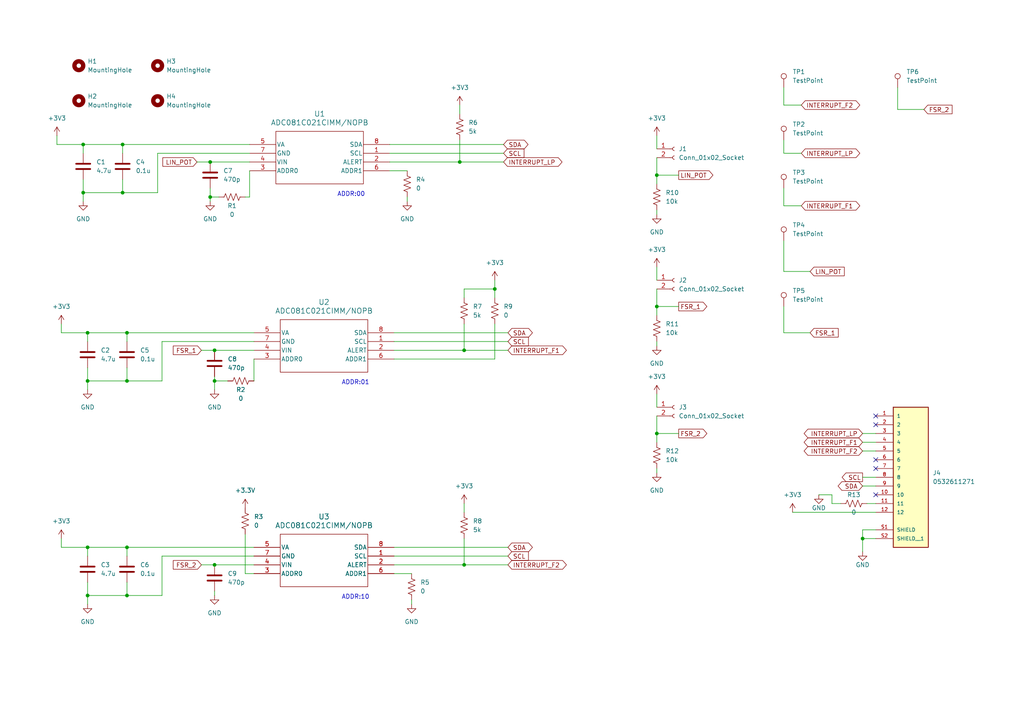
<source format=kicad_sch>
(kicad_sch (version 20230121) (generator eeschema)
  (paper "A4")
  (lib_symbols
    (symbol "0532611271:0532611271" (pin_names (offset 1.016))
      (property "Reference" "J" (at -5.08 17.78 0))
      (property "Value" "0532611271" (at -5.08 -25.4 0))
      (symbol "0532611271_0_0"
        (rectangle (start -5.08 -22.86) (end 5.08 17.78) (stroke (width 0.254)) (fill (type background)))
        (pin passive line (at -10.16 15.24 0) (length 5.08) (name "1") (number "1"))
        (pin passive line (at -10.16 -7.62 0) (length 5.08) (name "10") (number "10"))
        (pin passive line (at -10.16 -10.16 0) (length 5.08) (name "11") (number "11"))
        (pin passive line (at -10.16 -12.7 0) (length 5.08) (name "12") (number "12"))
        (pin passive line (at -10.16 12.7 0) (length 5.08) (name "2") (number "2"))
        (pin passive line (at -10.16 10.16 0) (length 5.08) (name "3") (number "3"))
        (pin passive line (at -10.16 7.62 0) (length 5.08) (name "4") (number "4"))
        (pin passive line (at -10.16 5.08 0) (length 5.08) (name "5") (number "5"))
        (pin passive line (at -10.16 2.54 0) (length 5.08) (name "6") (number "6"))
        (pin passive line (at -10.16 0 0) (length 5.08) (name "7") (number "7"))
        (pin passive line (at -10.16 -2.54 0) (length 5.08) (name "8") (number "8"))
        (pin passive line (at -10.16 -5.08 0) (length 5.08) (name "9") (number "9"))
        (pin passive line (at -10.16 -17.78 0) (length 5.08) (name "SHIELD") (number "S1"))
        (pin passive line (at -10.16 -20.32 0) (length 5.08) (name "SHIELD__1") (number "S2"))
      )
    )
    (symbol "Connector:Conn_01x02_Socket" (pin_names (offset 1.016) hide)
      (property "Reference" "J" (at 0 2.54 0))
      (property "Value" "Conn_01x02_Socket" (at 0 -5.08 0))
      (symbol "Conn_01x02_Socket_1_1"
        (arc (start 0 -2.032) (mid -0.5058 -2.54) (end 0 -3.048) (stroke (width 0.1524)))
        (polyline (pts (xy -1.27 -2.54) (xy -0.508 -2.54)) (stroke (width 0.1524)))
        (polyline (pts (xy -1.27 0) (xy -0.508 0)) (stroke (width 0.1524)))
        (arc (start 0 0.508) (mid -0.5058 0) (end 0 -0.508) (stroke (width 0.1524)))
        (pin passive line (at -5.08 0 0) (length 3.81) (name "Pin_1") (number "1"))
        (pin passive line (at -5.08 -2.54 0) (length 3.81) (name "Pin_2") (number "2"))
      )
    )
    (symbol "Connector:TestPoint" (pin_numbers hide) (pin_names (offset 0.762) hide)
      (property "Reference" "TP" (at 0 6.858 0))
      (property "Value" "TestPoint" (at 0 5.08 0))
      (symbol "TestPoint_0_1"
        (circle (center 0 3.302) (radius 0.762))
      )
      (symbol "TestPoint_1_1"
        (pin passive line (at 0 0 90) (length 2.54) (name "1") (number "1"))
      )
    )
    (symbol "Device:C" (pin_numbers hide) (pin_names (offset 0.254))
      (property "Reference" "C" (at 0.635 2.54 0))
      (property "Value" "C" (at 0.635 -2.54 0))
      (symbol "C_0_1"
        (polyline (pts (xy -2.032 -0.762) (xy 2.032 -0.762)) (stroke (width 0.508)))
        (polyline (pts (xy -2.032 0.762) (xy 2.032 0.762)) (stroke (width 0.508)))
      )
      (symbol "C_1_1"
        (pin passive line (at 0 3.81 270) (length 2.794) (name "~") (number "1"))
        (pin passive line (at 0 -3.81 90) (length 2.794) (name "~") (number "2"))
      )
    )
    (symbol "Device:R_US" (pin_numbers hide) (pin_names (offset 0))
      (property "Reference" "R" (at 2.54 0 90))
      (property "Value" "R_US" (at -2.54 0 90))
      (symbol "R_US_0_1"
        (polyline (pts (xy 0 -2.286) (xy 0 -2.54)))
        (polyline (pts (xy 0 2.286) (xy 0 2.54)))
        (polyline (pts (xy 0 -0.762) (xy 1.016 -1.143) (xy 0 -1.524) (xy -1.016 -1.905) (xy 0 -2.286)))
        (polyline (pts (xy 0 0.762) (xy 1.016 0.381) (xy 0 0) (xy -1.016 -0.381) (xy 0 -0.762)))
        (polyline (pts (xy 0 2.286) (xy 1.016 1.905) (xy 0 1.524) (xy -1.016 1.143) (xy 0 0.762)))
      )
      (symbol "R_US_1_1"
        (pin passive line (at 0 3.81 270) (length 1.27) (name "~") (number "1"))
        (pin passive line (at 0 -3.81 90) (length 1.27) (name "~") (number "2"))
      )
    )
    (symbol "Mechanical:MountingHole" (pin_names (offset 1.016))
      (property "Reference" "H" (at 0 5.08 0))
      (property "Value" "MountingHole" (at 0 3.175 0))
      (symbol "MountingHole_0_1"
        (circle (center 0 0) (radius 1.27) (stroke (width 1.27)))
      )
    )
    (symbol "ViseADC:ADC081C021CIMM_NOPB" (pin_names (offset 0.254))
      (property "Value" "ADC081C021CIMM/NOPB" (at 20.32 7.62 0))
      (symbol "ADC081C021CIMM_NOPB_0_1"
        (pin input line (at 40.64 -2.54 180) (length 7.62) (name "SCL") (number "1"))
        (pin unspecified line (at 40.64 -5.08 180) (length 7.62) (name "ALERT") (number "2"))
        (pin input line (at 0 -7.62 0) (length 7.62) (name "ADDR0") (number "3"))
        (pin input line (at 0 -5.08 0) (length 7.62) (name "VIN") (number "4"))
        (pin power_in line (at 0 0 0) (length 7.62) (name "VA") (number "5"))
        (pin input line (at 40.64 -7.62 180) (length 7.62) (name "ADDR1") (number "6"))
        (pin power_in line (at 0 -2.54 0) (length 7.62) (name "GND") (number "7"))
        (pin bidirectional line (at 40.64 0 180) (length 7.62) (name "SDA") (number "8"))
      )
      (symbol "ADC081C021CIMM_NOPB_1_1"
        (rectangle (start 7.62 3.81) (end 33.02 -11.43))
      )
    )
    (symbol "power:+3.3V" (power) (pin_names (offset 0))
      (property "Value" "+3.3V" (at 0 3.556 0))
      (symbol "+3.3V_0_1"
        (polyline (pts (xy -0.762 1.27) (xy 0 2.54)))
        (polyline (pts (xy 0 0) (xy 0 2.54)))
        (polyline (pts (xy 0 2.54) (xy 0.762 1.27)))
      )
      (symbol "+3.3V_1_1"
        (pin power_in line (at 0 0 90) (length 0) hide (name "+3.3V") (number "1"))
      )
    )
    (symbol "power:+3V3" (power) (pin_names (offset 0))
      (property "Value" "+3V3" (at 0 3.556 0))
      (symbol "+3V3_0_1"
        (polyline (pts (xy -0.762 1.27) (xy 0 2.54)))
        (polyline (pts (xy 0 0) (xy 0 2.54)))
        (polyline (pts (xy 0 2.54) (xy 0.762 1.27)))
      )
      (symbol "+3V3_1_1"
        (pin power_in line (at 0 0 90) (length 0) hide (name "+3V3") (number "1"))
      )
    )
    (symbol "power:GND" (power) (pin_names (offset 0))
      (property "Value" "GND" (at 0 -3.81 0))
      (symbol "GND_0_1"
        (polyline (pts (xy 0 0) (xy 0 -1.27) (xy 1.27 -1.27) (xy 0 -2.54) (xy -1.27 -1.27) (xy 0 -1.27)))
      )
      (symbol "GND_1_1"
        (pin power_in line (at 0 0 270) (length 0) hide (name "GND") (number "1"))
      )
    )
  )
  (junction (at 60.96 57.15))
  (junction (at 36.83 158.75))
  (junction (at 133.35 46.99))
  (junction (at 143.51 83.82))
  (junction (at 36.83 172.72))
  (junction (at 25.4 96.52))
  (junction (at 190.5 88.9))
  (junction (at 250.19 156.21))
  (junction (at 35.56 55.88))
  (junction (at 25.4 158.75))
  (junction (at 24.13 41.91))
  (junction (at 62.23 110.49))
  (junction (at 60.96 46.99))
  (junction (at 35.56 41.91))
  (junction (at 134.62 101.6))
  (junction (at 25.4 110.49))
  (junction (at 36.83 110.49))
  (junction (at 190.5 125.73))
  (junction (at 62.23 101.6))
  (junction (at 25.4 172.72))
  (junction (at 62.23 163.83))
  (junction (at 36.83 96.52))
  (junction (at 134.62 163.83))
  (junction (at 24.13 55.88))
  (junction (at 190.5 50.8))
  (no_connect (at 254 123.19))
  (no_connect (at 254 135.89))
  (no_connect (at 254 143.51))
  (no_connect (at 254 120.65))
  (no_connect (at 254 133.35))
  (wire (pts (xy 17.78 96.52) (xy 17.78 93.98)))
  (wire (pts (xy 73.66 104.14) (xy 73.66 110.49)))
  (wire (pts (xy 62.23 172.72) (xy 62.23 171.45)))
  (wire (pts (xy 114.3 96.52) (xy 147.32 96.52)))
  (wire (pts (xy 25.4 106.68) (xy 25.4 110.49)))
  (wire (pts (xy 190.5 88.9) (xy 190.5 83.82)))
  (wire (pts (xy 25.4 99.06) (xy 25.4 96.52)))
  (wire (pts (xy 71.12 166.37) (xy 73.66 166.37)))
  (wire (pts (xy 227.33 40.64) (xy 227.33 44.45)))
  (wire (pts (xy 134.62 163.83) (xy 147.32 163.83)))
  (wire (pts (xy 62.23 113.03) (xy 62.23 110.49)))
  (wire (pts (xy 113.03 41.91) (xy 146.05 41.91)))
  (wire (pts (xy 190.5 50.8) (xy 190.5 45.72)))
  (wire (pts (xy 190.5 128.27) (xy 190.5 125.73)))
  (wire (pts (xy 62.23 110.49) (xy 66.04 110.49)))
  (wire (pts (xy 250.19 153.67) (xy 250.19 156.21)))
  (wire (pts (xy 118.11 58.42) (xy 118.11 57.15)))
  (wire (pts (xy 35.56 55.88) (xy 45.72 55.88)))
  (wire (pts (xy 24.13 41.91) (xy 35.56 41.91)))
  (wire (pts (xy 60.96 57.15) (xy 60.96 58.42)))
  (wire (pts (xy 190.5 53.34) (xy 190.5 50.8)))
  (wire (pts (xy 227.33 78.74) (xy 234.95 78.74)))
  (wire (pts (xy 190.5 125.73) (xy 190.5 120.65)))
  (wire (pts (xy 25.4 158.75) (xy 36.83 158.75)))
  (wire (pts (xy 25.4 161.29) (xy 25.4 158.75)))
  (wire (pts (xy 227.33 59.69) (xy 232.41 59.69)))
  (wire (pts (xy 36.83 172.72) (xy 36.83 168.91)))
  (wire (pts (xy 36.83 110.49) (xy 36.83 106.68)))
  (wire (pts (xy 251.46 146.05) (xy 254 146.05)))
  (wire (pts (xy 250.19 156.21) (xy 254 156.21)))
  (wire (pts (xy 46.99 161.29) (xy 73.66 161.29)))
  (wire (pts (xy 119.38 175.26) (xy 119.38 173.99)))
  (wire (pts (xy 260.35 31.75) (xy 267.97 31.75)))
  (wire (pts (xy 134.62 101.6) (xy 147.32 101.6)))
  (wire (pts (xy 229.87 148.59) (xy 254 148.59)))
  (wire (pts (xy 57.15 46.99) (xy 60.96 46.99)))
  (wire (pts (xy 62.23 101.6) (xy 73.66 101.6)))
  (wire (pts (xy 60.96 46.99) (xy 72.39 46.99)))
  (wire (pts (xy 71.12 57.15) (xy 72.39 57.15)))
  (wire (pts (xy 58.42 101.6) (xy 62.23 101.6)))
  (wire (pts (xy 62.23 110.49) (xy 62.23 109.22)))
  (wire (pts (xy 17.78 158.75) (xy 17.78 156.21)))
  (wire (pts (xy 60.96 54.61) (xy 60.96 57.15)))
  (wire (pts (xy 46.99 99.06) (xy 73.66 99.06)))
  (wire (pts (xy 227.33 44.45) (xy 232.41 44.45)))
  (wire (pts (xy 254 153.67) (xy 250.19 153.67)))
  (wire (pts (xy 133.35 46.99) (xy 146.05 46.99)))
  (wire (pts (xy 45.72 44.45) (xy 45.72 55.88)))
  (wire (pts (xy 25.4 172.72) (xy 25.4 175.26)))
  (wire (pts (xy 24.13 44.45) (xy 24.13 41.91)))
  (wire (pts (xy 36.83 99.06) (xy 36.83 96.52)))
  (wire (pts (xy 114.3 166.37) (xy 119.38 166.37)))
  (wire (pts (xy 72.39 49.53) (xy 72.39 57.15)))
  (wire (pts (xy 114.3 104.14) (xy 143.51 104.14)))
  (wire (pts (xy 190.5 39.37) (xy 190.5 43.18)))
  (wire (pts (xy 133.35 30.48) (xy 133.35 33.02)))
  (wire (pts (xy 227.33 54.61) (xy 227.33 59.69)))
  (wire (pts (xy 36.83 158.75) (xy 73.66 158.75)))
  (wire (pts (xy 134.62 101.6) (xy 134.62 93.98)))
  (wire (pts (xy 114.3 99.06) (xy 147.32 99.06)))
  (wire (pts (xy 16.51 41.91) (xy 16.51 39.37)))
  (wire (pts (xy 114.3 161.29) (xy 147.32 161.29)))
  (wire (pts (xy 25.4 172.72) (xy 36.83 172.72)))
  (wire (pts (xy 25.4 110.49) (xy 25.4 113.03)))
  (wire (pts (xy 35.56 55.88) (xy 35.56 52.07)))
  (wire (pts (xy 24.13 41.91) (xy 16.51 41.91)))
  (wire (pts (xy 190.5 50.8) (xy 196.85 50.8)))
  (wire (pts (xy 190.5 125.73) (xy 196.85 125.73)))
  (wire (pts (xy 113.03 49.53) (xy 118.11 49.53)))
  (wire (pts (xy 190.5 77.47) (xy 190.5 81.28)))
  (wire (pts (xy 134.62 83.82) (xy 143.51 83.82)))
  (wire (pts (xy 25.4 158.75) (xy 17.78 158.75)))
  (wire (pts (xy 45.72 44.45) (xy 72.39 44.45)))
  (wire (pts (xy 35.56 41.91) (xy 72.39 41.91)))
  (wire (pts (xy 25.4 96.52) (xy 17.78 96.52)))
  (wire (pts (xy 113.03 44.45) (xy 146.05 44.45)))
  (wire (pts (xy 227.33 69.85) (xy 227.33 78.74)))
  (wire (pts (xy 24.13 55.88) (xy 24.13 58.42)))
  (wire (pts (xy 58.42 163.83) (xy 62.23 163.83)))
  (wire (pts (xy 250.19 140.97) (xy 254 140.97)))
  (wire (pts (xy 62.23 163.83) (xy 73.66 163.83)))
  (wire (pts (xy 36.83 172.72) (xy 46.99 172.72)))
  (wire (pts (xy 190.5 88.9) (xy 196.85 88.9)))
  (wire (pts (xy 250.19 138.43) (xy 254 138.43)))
  (wire (pts (xy 114.3 158.75) (xy 147.32 158.75)))
  (wire (pts (xy 24.13 55.88) (xy 35.56 55.88)))
  (wire (pts (xy 190.5 114.3) (xy 190.5 118.11)))
  (wire (pts (xy 133.35 46.99) (xy 133.35 40.64)))
  (wire (pts (xy 190.5 100.33) (xy 190.5 99.06)))
  (wire (pts (xy 243.84 146.05) (xy 241.3 146.05)))
  (wire (pts (xy 190.5 137.16) (xy 190.5 135.89)))
  (wire (pts (xy 250.19 156.21) (xy 250.19 160.02)))
  (wire (pts (xy 143.51 83.82) (xy 143.51 81.28)))
  (wire (pts (xy 36.83 96.52) (xy 73.66 96.52)))
  (wire (pts (xy 114.3 101.6) (xy 134.62 101.6)))
  (wire (pts (xy 46.99 161.29) (xy 46.99 172.72)))
  (wire (pts (xy 60.96 57.15) (xy 63.5 57.15)))
  (wire (pts (xy 134.62 163.83) (xy 134.62 156.21)))
  (wire (pts (xy 227.33 88.9) (xy 227.33 96.52)))
  (wire (pts (xy 227.33 96.52) (xy 234.95 96.52)))
  (wire (pts (xy 237.49 143.51) (xy 241.3 143.51)))
  (wire (pts (xy 227.33 30.48) (xy 232.41 30.48)))
  (wire (pts (xy 227.33 25.4) (xy 227.33 30.48)))
  (wire (pts (xy 25.4 168.91) (xy 25.4 172.72)))
  (wire (pts (xy 250.19 128.27) (xy 254 128.27)))
  (wire (pts (xy 36.83 161.29) (xy 36.83 158.75)))
  (wire (pts (xy 71.12 154.94) (xy 71.12 166.37)))
  (wire (pts (xy 36.83 110.49) (xy 46.99 110.49)))
  (wire (pts (xy 260.35 25.4) (xy 260.35 31.75)))
  (wire (pts (xy 250.19 125.73) (xy 254 125.73)))
  (wire (pts (xy 250.19 130.81) (xy 254 130.81)))
  (wire (pts (xy 241.3 146.05) (xy 241.3 143.51)))
  (wire (pts (xy 143.51 83.82) (xy 143.51 86.36)))
  (wire (pts (xy 134.62 86.36) (xy 134.62 83.82)))
  (wire (pts (xy 25.4 96.52) (xy 36.83 96.52)))
  (wire (pts (xy 190.5 91.44) (xy 190.5 88.9)))
  (wire (pts (xy 25.4 110.49) (xy 36.83 110.49)))
  (wire (pts (xy 114.3 163.83) (xy 134.62 163.83)))
  (wire (pts (xy 143.51 104.14) (xy 143.51 93.98)))
  (wire (pts (xy 190.5 62.23) (xy 190.5 60.96)))
  (wire (pts (xy 24.13 52.07) (xy 24.13 55.88)))
  (wire (pts (xy 134.62 146.05) (xy 134.62 148.59)))
  (wire (pts (xy 113.03 46.99) (xy 133.35 46.99)))
  (wire (pts (xy 35.56 44.45) (xy 35.56 41.91)))
  (wire (pts (xy 46.99 99.06) (xy 46.99 110.49)))
  (text "ADDR:01" (at 99.06 111.76 0) (effects (font (size 1.27 1.27)) (justify left bottom)))
  (text "ADDR:00" (at 97.79 57.15 0) (effects (font (size 1.27 1.27)) (justify left bottom)))
  (text "ADDR:10" (at 99.06 173.99 0) (effects (font (size 1.27 1.27)) (justify left bottom)))
  (global_label "LIN_POT" (shape input) (at 234.95 78.74 0) (property "Intersheetrefs" "${INTERSHEET_REFS}" (effects hide)))
  (global_label "INTERRUPT_LP" (shape bidirectional) (at 232.41 44.45 0) (property "Intersheetrefs" "${INTERSHEET_REFS}" (effects hide)))
  (global_label "INTERRUPT_F2" (shape bidirectional) (at 250.19 130.81 180) (property "Intersheetrefs" "${INTERSHEET_REFS}" (effects hide)))
  (global_label "INTERRUPT_F2" (shape bidirectional) (at 147.32 163.83 0) (property "Intersheetrefs" "${INTERSHEET_REFS}" (effects hide)))
  (global_label "FSR_2" (shape output) (at 196.85 125.73 0) (property "Intersheetrefs" "${INTERSHEET_REFS}" (effects hide)))
  (global_label "INTERRUPT_LP" (shape bidirectional) (at 250.19 125.73 180) (property "Intersheetrefs" "${INTERSHEET_REFS}" (effects hide)))
  (global_label "LIN_POT" (shape input) (at 57.15 46.99 180) (property "Intersheetrefs" "${INTERSHEET_REFS}" (effects hide)))
  (global_label "SDA" (shape bidirectional) (at 250.19 140.97 180) (property "Intersheetrefs" "${INTERSHEET_REFS}" (effects hide)))
  (global_label "SCL" (shape output) (at 250.19 138.43 180) (property "Intersheetrefs" "${INTERSHEET_REFS}" (effects hide)))
  (global_label "SCL" (shape input) (at 147.32 99.06 0) (property "Intersheetrefs" "${INTERSHEET_REFS}" (effects hide)))
  (global_label "INTERRUPT_F2" (shape bidirectional) (at 232.41 30.48 0) (property "Intersheetrefs" "${INTERSHEET_REFS}" (effects hide)))
  (global_label "SCL" (shape input) (at 146.05 44.45 0) (property "Intersheetrefs" "${INTERSHEET_REFS}" (effects hide)))
  (global_label "INTERRUPT_F1" (shape bidirectional) (at 250.19 128.27 180) (property "Intersheetrefs" "${INTERSHEET_REFS}" (effects hide)))
  (global_label "LIN_POT" (shape output) (at 196.85 50.8 0) (property "Intersheetrefs" "${INTERSHEET_REFS}" (effects hide)))
  (global_label "SCL" (shape input) (at 147.32 161.29 0) (property "Intersheetrefs" "${INTERSHEET_REFS}" (effects hide)))
  (global_label "FSR_2" (shape input) (at 267.97 31.75 0) (property "Intersheetrefs" "${INTERSHEET_REFS}" (effects hide)))
  (global_label "SDA" (shape bidirectional) (at 147.32 158.75 0) (property "Intersheetrefs" "${INTERSHEET_REFS}" (effects hide)))
  (global_label "INTERRUPT_F1" (shape bidirectional) (at 147.32 101.6 0) (property "Intersheetrefs" "${INTERSHEET_REFS}" (effects hide)))
  (global_label "FSR_1" (shape output) (at 196.85 88.9 0) (property "Intersheetrefs" "${INTERSHEET_REFS}" (effects hide)))
  (global_label "INTERRUPT_LP" (shape bidirectional) (at 146.05 46.99 0) (property "Intersheetrefs" "${INTERSHEET_REFS}" (effects hide)))
  (global_label "FSR_2" (shape input) (at 58.42 163.83 180) (property "Intersheetrefs" "${INTERSHEET_REFS}" (effects hide)))
  (global_label "FSR_1" (shape input) (at 234.95 96.52 0) (property "Intersheetrefs" "${INTERSHEET_REFS}" (effects hide)))
  (global_label "SDA" (shape bidirectional) (at 147.32 96.52 0) (property "Intersheetrefs" "${INTERSHEET_REFS}" (effects hide)))
  (global_label "SDA" (shape bidirectional) (at 146.05 41.91 0) (property "Intersheetrefs" "${INTERSHEET_REFS}" (effects hide)))
  (global_label "FSR_1" (shape input) (at 58.42 101.6 180) (property "Intersheetrefs" "${INTERSHEET_REFS}" (effects hide)))
  (global_label "INTERRUPT_F1" (shape bidirectional) (at 232.41 59.69 0) (property "Intersheetrefs" "${INTERSHEET_REFS}" (effects hide)))
  (symbol (lib_id "0532611271:0532611271") (at 264.16 135.89 0) (unit 1)
    (property "Reference" "J4" (at 270.51 137.16 0) (effects (justify left)))
    (property "Value" "0532611271" (at 270.51 139.7 0) (effects (justify left)))
    (property "Footprint" "Sensify Footprints:MOLEX_0532611271" (effects hide))
    (property "Datasheet" "https://www.molex.com/content/dam/molex/molex-dot-com/products/automated/en-us/salesdrawingpdf/532/53261/532611271_sd.pdf?inline" (effects hide))
    (property "PARTREV" "J" (effects hide))
    (property "MANUFACTURER" "MOLEX" (effects hide))
    (property "MAXIMUM_PACKAGE_HEIGHT" "3.4mm" (effects hide))
    (property "STANDARD" "Manufacturer Recommendations" (effects hide))
  )
  (symbol (lib_id "power:+3V3") (at 190.5 39.37 0) (unit 1)
    (property "Reference" "#PWR016" (effects hide))
    (property "Value" "+3V3" (at 190.5 34.29 0))
  )
  (symbol (lib_id "Device:R_US") (at 247.65 146.05 90) (unit 1)
    (property "Reference" "R13" (at 247.65 143.51 90))
    (property "Value" "0" (at 247.65 148.59 90))
    (property "Footprint" "Resistor_SMD:R_0402_1005Metric" (effects hide))
  )
  (symbol (lib_id "Mechanical:MountingHole") (at 22.86 19.05 0) (unit 1)
    (property "Reference" "H1" (at 25.4 17.78 0) (effects (justify left)))
    (property "Value" "MountingHole" (at 25.4 20.32 0) (effects (justify left)))
    (property "Footprint" "MountingHole:MountingHole_3.2mm_M3" (effects hide))
  )
  (symbol (lib_id "Device:R_US") (at 119.38 170.18 0) (unit 1)
    (property "Reference" "R5" (at 121.92 168.91 0) (effects (justify left)))
    (property "Value" "0" (at 121.92 171.45 0) (effects (justify left)))
    (property "Footprint" "Resistor_SMD:R_0402_1005Metric" (effects hide))
  )
  (symbol (lib_id "power:+3V3") (at 134.62 146.05 0) (unit 1)
    (property "Reference" "#PWR014" (effects hide))
    (property "Value" "+3V3" (at 134.62 140.97 0))
  )
  (symbol (lib_id "power:GND") (at 118.11 58.42 0) (unit 1)
    (property "Reference" "#PWR011" (effects hide))
    (property "Value" "GND" (at 118.11 63.5 0))
  )
  (symbol (lib_id "ViseADC:ADC081C021CIMM_NOPB") (at 72.39 41.91 0) (unit 1)
    (property "Reference" "U1" (at 92.71 33.02 0) (effects (font (size 1.524 1.524))))
    (property "Value" "ADC081C021CIMM/NOPB" (at 92.71 35.56 0) (effects (font (size 1.524 1.524))))
    (property "Footprint" "Sensify Footprints:NM-ADC8BIT" (effects hide))
    (property "Datasheet" "ADC081C021CIMM/NOPB" (effects hide))
  )
  (symbol (lib_id "Device:R_US") (at 190.5 95.25 0) (unit 1)
    (property "Reference" "R11" (at 193.04 93.98 0) (effects (justify left)))
    (property "Value" "10k" (at 193.04 96.52 0) (effects (justify left)))
    (property "Footprint" "Resistor_SMD:R_0402_1005Metric" (effects hide))
  )
  (symbol (lib_id "power:GND") (at 60.96 58.42 0) (unit 1)
    (property "Reference" "#PWR07" (effects hide))
    (property "Value" "GND" (at 60.96 63.5 0))
  )
  (symbol (lib_id "Device:R_US") (at 190.5 57.15 0) (unit 1)
    (property "Reference" "R10" (at 193.04 55.88 0) (effects (justify left)))
    (property "Value" "10k" (at 193.04 58.42 0) (effects (justify left)))
    (property "Footprint" "Resistor_SMD:R_0402_1005Metric" (effects hide))
  )
  (symbol (lib_id "Device:R_US") (at 190.5 132.08 0) (unit 1)
    (property "Reference" "R12" (at 193.04 130.81 0) (effects (justify left)))
    (property "Value" "10k" (at 193.04 133.35 0) (effects (justify left)))
    (property "Footprint" "Resistor_SMD:R_0402_1005Metric" (effects hide))
  )
  (symbol (lib_id "power:GND") (at 190.5 137.16 0) (unit 1)
    (property "Reference" "#PWR021" (effects hide))
    (property "Value" "GND" (at 190.5 142.24 0))
  )
  (symbol (lib_id "Device:R_US") (at 134.62 152.4 0) (unit 1)
    (property "Reference" "R8" (at 137.16 151.13 0) (effects (justify left)))
    (property "Value" "5k" (at 137.16 153.67 0) (effects (justify left)))
    (property "Footprint" "Resistor_SMD:R_0402_1005Metric" (effects hide))
  )
  (symbol (lib_id "power:GND") (at 190.5 100.33 0) (unit 1)
    (property "Reference" "#PWR019" (effects hide))
    (property "Value" "GND" (at 190.5 105.41 0))
  )
  (symbol (lib_id "Connector:Conn_01x02_Socket") (at 195.58 43.18 0) (unit 1)
    (property "Reference" "J1" (at 196.85 43.18 0) (effects (justify left)))
    (property "Value" "Conn_01x02_Socket" (at 196.85 45.72 0) (effects (justify left)))
    (property "Footprint" "Connector_PinHeader_2.54mm:PinHeader_1x02_P2.54mm_Vertical" (effects hide))
  )
  (symbol (lib_id "power:GND") (at 190.5 62.23 0) (unit 1)
    (property "Reference" "#PWR017" (effects hide))
    (property "Value" "GND" (at 190.5 67.31 0))
  )
  (symbol (lib_id "power:GND") (at 62.23 172.72 0) (unit 1)
    (property "Reference" "#PWR09" (effects hide))
    (property "Value" "GND" (at 62.23 177.8 0))
  )
  (symbol (lib_id "Device:C") (at 36.83 102.87 0) (unit 1)
    (property "Reference" "C5" (at 40.64 101.6 0) (effects (justify left)))
    (property "Value" "0.1u" (at 40.64 104.14 0) (effects (justify left)))
    (property "Footprint" "Capacitor_SMD:C_0402_1005Metric" (effects hide))
  )
  (symbol (lib_id "ViseADC:ADC081C021CIMM_NOPB") (at 73.66 96.52 0) (unit 1)
    (property "Reference" "U2" (at 93.98 87.63 0) (effects (font (size 1.524 1.524))))
    (property "Value" "ADC081C021CIMM/NOPB" (at 93.98 90.17 0) (effects (font (size 1.524 1.524))))
    (property "Footprint" "Sensify Footprints:NM-ADC8BIT" (effects hide))
    (property "Datasheet" "ADC081C021CIMM/NOPB" (effects hide))
  )
  (symbol (lib_id "Device:C") (at 25.4 102.87 0) (unit 1)
    (property "Reference" "C2" (at 29.21 101.6 0) (effects (justify left)))
    (property "Value" "4.7u" (at 29.21 104.14 0) (effects (justify left)))
    (property "Footprint" "Capacitor_SMD:C_0402_1005Metric" (effects hide))
  )
  (symbol (lib_id "power:+3V3") (at 17.78 156.21 0) (unit 1)
    (property "Reference" "#PWR03" (effects hide))
    (property "Value" "+3V3" (at 17.78 151.13 0))
  )
  (symbol (lib_id "Device:R_US") (at 143.51 90.17 180) (unit 1)
    (property "Reference" "R9" (at 146.05 88.9 0) (effects (justify right)))
    (property "Value" "0" (at 146.05 91.44 0) (effects (justify right)))
    (property "Footprint" "Resistor_SMD:R_0402_1005Metric" (effects hide))
  )
  (symbol (lib_id "power:+3V3") (at 190.5 77.47 0) (unit 1)
    (property "Reference" "#PWR018" (effects hide))
    (property "Value" "+3V3" (at 190.5 72.39 0))
  )
  (symbol (lib_id "Connector:TestPoint") (at 227.33 88.9 0) (unit 1)
    (property "Reference" "TP5" (at 229.87 84.328 0) (effects (justify left)))
    (property "Value" "TestPoint" (at 229.87 86.868 0) (effects (justify left)))
    (property "Footprint" "TestPoint:TestPoint_Pad_D2.0mm" (effects hide))
  )
  (symbol (lib_id "Connector:TestPoint") (at 227.33 25.4 0) (unit 1)
    (property "Reference" "TP1" (at 229.87 20.828 0) (effects (justify left)))
    (property "Value" "TestPoint" (at 229.87 23.368 0) (effects (justify left)))
    (property "Footprint" "TestPoint:TestPoint_Pad_D2.0mm" (effects hide))
  )
  (symbol (lib_id "power:+3V3") (at 133.35 30.48 0) (unit 1)
    (property "Reference" "#PWR013" (effects hide))
    (property "Value" "+3V3" (at 133.35 25.4 0))
  )
  (symbol (lib_id "Device:R_US") (at 118.11 53.34 0) (unit 1)
    (property "Reference" "R4" (at 120.65 52.07 0) (effects (justify left)))
    (property "Value" "0" (at 120.65 54.61 0) (effects (justify left)))
    (property "Footprint" "Resistor_SMD:R_0402_1005Metric" (effects hide))
  )
  (symbol (lib_id "Device:R_US") (at 133.35 36.83 0) (unit 1)
    (property "Reference" "R6" (at 135.89 35.56 0) (effects (justify left)))
    (property "Value" "5k" (at 135.89 38.1 0) (effects (justify left)))
    (property "Footprint" "Resistor_SMD:R_0402_1005Metric" (effects hide))
  )
  (symbol (lib_id "Device:R_US") (at 67.31 57.15 90) (unit 1)
    (property "Reference" "R1" (at 67.31 59.69 90))
    (property "Value" "0" (at 67.31 62.23 90))
    (property "Footprint" "Resistor_SMD:R_0402_1005Metric" (effects hide))
  )
  (symbol (lib_id "power:+3V3") (at 16.51 39.37 0) (unit 1)
    (property "Reference" "#PWR01" (effects hide))
    (property "Value" "+3V3" (at 16.51 34.29 0))
  )
  (symbol (lib_id "power:GND") (at 250.19 160.02 0) (unit 1)
    (property "Reference" "#PWR024" (effects hide))
    (property "Value" "GND" (at 250.19 163.83 0))
  )
  (symbol (lib_id "Mechanical:MountingHole") (at 45.72 19.05 0) (unit 1)
    (property "Reference" "H3" (at 48.26 17.78 0) (effects (justify left)))
    (property "Value" "MountingHole" (at 48.26 20.32 0) (effects (justify left)))
    (property "Footprint" "MountingHole:MountingHole_3.2mm_M3" (effects hide))
  )
  (symbol (lib_id "Device:C") (at 62.23 167.64 0) (unit 1)
    (property "Reference" "C9" (at 66.04 166.37 0) (effects (justify left)))
    (property "Value" "470p" (at 66.04 168.91 0) (effects (justify left)))
    (property "Footprint" "Capacitor_SMD:C_0402_1005Metric" (effects hide))
  )
  (symbol (lib_id "Connector:TestPoint") (at 227.33 54.61 0) (unit 1)
    (property "Reference" "TP3" (at 229.87 50.038 0) (effects (justify left)))
    (property "Value" "TestPoint" (at 229.87 52.578 0) (effects (justify left)))
    (property "Footprint" "TestPoint:TestPoint_Pad_D2.0mm" (effects hide))
  )
  (symbol (lib_id "power:GND") (at 62.23 113.03 0) (unit 1)
    (property "Reference" "#PWR08" (effects hide))
    (property "Value" "GND" (at 62.23 118.11 0))
  )
  (symbol (lib_id "power:+3V3") (at 143.51 81.28 0) (unit 1)
    (property "Reference" "#PWR015" (effects hide))
    (property "Value" "+3V3" (at 143.51 76.2 0))
  )
  (symbol (lib_id "power:+3.3V") (at 71.12 147.32 0) (unit 1)
    (property "Reference" "#PWR010" (effects hide))
    (property "Value" "+3.3V" (at 71.12 142.24 0))
  )
  (symbol (lib_id "power:+3V3") (at 190.5 114.3 0) (unit 1)
    (property "Reference" "#PWR020" (effects hide))
    (property "Value" "+3V3" (at 190.5 109.22 0))
  )
  (symbol (lib_id "power:GND") (at 237.49 143.51 0) (unit 1)
    (property "Reference" "#PWR023" (effects hide))
    (property "Value" "GND" (at 237.49 147.32 0))
  )
  (symbol (lib_id "Device:C") (at 25.4 165.1 0) (unit 1)
    (property "Reference" "C3" (at 29.21 163.83 0) (effects (justify left)))
    (property "Value" "4.7u" (at 29.21 166.37 0) (effects (justify left)))
    (property "Footprint" "Capacitor_SMD:C_0402_1005Metric" (effects hide))
  )
  (symbol (lib_id "Device:R_US") (at 71.12 151.13 0) (unit 1)
    (property "Reference" "R3" (at 73.66 149.86 0) (effects (justify left)))
    (property "Value" "0" (at 73.66 152.4 0) (effects (justify left)))
    (property "Footprint" "Resistor_SMD:R_0402_1005Metric" (effects hide))
  )
  (symbol (lib_id "Mechanical:MountingHole") (at 45.72 29.21 0) (unit 1)
    (property "Reference" "H4" (at 48.26 27.94 0) (effects (justify left)))
    (property "Value" "MountingHole" (at 48.26 30.48 0) (effects (justify left)))
    (property "Footprint" "MountingHole:MountingHole_3.2mm_M3" (effects hide))
  )
  (symbol (lib_id "power:GND") (at 24.13 58.42 0) (unit 1)
    (property "Reference" "#PWR04" (effects hide))
    (property "Value" "GND" (at 24.13 63.5 0))
  )
  (symbol (lib_id "ViseADC:ADC081C021CIMM_NOPB") (at 73.66 158.75 0) (unit 1)
    (property "Reference" "U3" (at 93.98 149.86 0) (effects (font (size 1.524 1.524))))
    (property "Value" "ADC081C021CIMM/NOPB" (at 93.98 152.4 0) (effects (font (size 1.524 1.524))))
    (property "Footprint" "Sensify Footprints:NM-ADC8BIT" (effects hide))
    (property "Datasheet" "ADC081C021CIMM/NOPB" (effects hide))
  )
  (symbol (lib_id "Device:C") (at 36.83 165.1 0) (unit 1)
    (property "Reference" "C6" (at 40.64 163.83 0) (effects (justify left)))
    (property "Value" "0.1u" (at 40.64 166.37 0) (effects (justify left)))
    (property "Footprint" "Capacitor_SMD:C_0402_1005Metric" (effects hide))
  )
  (symbol (lib_id "power:GND") (at 119.38 175.26 0) (unit 1)
    (property "Reference" "#PWR012" (effects hide))
    (property "Value" "GND" (at 119.38 180.34 0))
  )
  (symbol (lib_id "Device:C") (at 24.13 48.26 0) (unit 1)
    (property "Reference" "C1" (at 27.94 46.99 0) (effects (justify left)))
    (property "Value" "4.7u" (at 27.94 49.53 0) (effects (justify left)))
    (property "Footprint" "Capacitor_SMD:C_0402_1005Metric" (effects hide))
  )
  (symbol (lib_id "Connector:TestPoint") (at 227.33 40.64 0) (unit 1)
    (property "Reference" "TP2" (at 229.87 36.068 0) (effects (justify left)))
    (property "Value" "TestPoint" (at 229.87 38.608 0) (effects (justify left)))
    (property "Footprint" "TestPoint:TestPoint_Pad_D2.0mm" (effects hide))
  )
  (symbol (lib_id "Connector:TestPoint") (at 227.33 69.85 0) (unit 1)
    (property "Reference" "TP4" (at 229.87 65.278 0) (effects (justify left)))
    (property "Value" "TestPoint" (at 229.87 67.818 0) (effects (justify left)))
    (property "Footprint" "TestPoint:TestPoint_Pad_D2.0mm" (effects hide))
  )
  (symbol (lib_id "power:GND") (at 25.4 175.26 0) (unit 1)
    (property "Reference" "#PWR06" (effects hide))
    (property "Value" "GND" (at 25.4 180.34 0))
  )
  (symbol (lib_id "Device:C") (at 62.23 105.41 0) (unit 1)
    (property "Reference" "C8" (at 66.04 104.14 0) (effects (justify left)))
    (property "Value" "470p" (at 66.04 106.68 0) (effects (justify left)))
    (property "Footprint" "Capacitor_SMD:C_0402_1005Metric" (effects hide))
  )
  (symbol (lib_id "Device:C") (at 60.96 50.8 0) (unit 1)
    (property "Reference" "C7" (at 64.77 49.53 0) (effects (justify left)))
    (property "Value" "470p" (at 64.77 52.07 0) (effects (justify left)))
    (property "Footprint" "Capacitor_SMD:C_0402_1005Metric" (effects hide))
  )
  (symbol (lib_id "Connector:Conn_01x02_Socket") (at 195.58 81.28 0) (unit 1)
    (property "Reference" "J2" (at 196.85 81.28 0) (effects (justify left)))
    (property "Value" "Conn_01x02_Socket" (at 196.85 83.82 0) (effects (justify left)))
    (property "Footprint" "Connector_PinHeader_2.54mm:PinHeader_1x02_P2.54mm_Vertical" (effects hide))
  )
  (symbol (lib_id "Device:C") (at 35.56 48.26 0) (unit 1)
    (property "Reference" "C4" (at 39.37 46.99 0) (effects (justify left)))
    (property "Value" "0.1u" (at 39.37 49.53 0) (effects (justify left)))
    (property "Footprint" "Capacitor_SMD:C_0402_1005Metric" (effects hide))
  )
  (symbol (lib_id "power:GND") (at 25.4 113.03 0) (unit 1)
    (property "Reference" "#PWR05" (effects hide))
    (property "Value" "GND" (at 25.4 118.11 0))
  )
  (symbol (lib_id "Connector:TestPoint") (at 260.35 25.4 0) (unit 1)
    (property "Reference" "TP6" (at 262.89 20.828 0) (effects (justify left)))
    (property "Value" "TestPoint" (at 262.89 23.368 0) (effects (justify left)))
    (property "Footprint" "TestPoint:TestPoint_Pad_D2.0mm" (effects hide))
  )
  (symbol (lib_id "Connector:Conn_01x02_Socket") (at 195.58 118.11 0) (unit 1)
    (property "Reference" "J3" (at 196.85 118.11 0) (effects (justify left)))
    (property "Value" "Conn_01x02_Socket" (at 196.85 120.65 0) (effects (justify left)))
    (property "Footprint" "Connector_PinHeader_2.54mm:PinHeader_1x02_P2.54mm_Vertical" (effects hide))
  )
  (symbol (lib_id "power:+3V3") (at 229.87 148.59 0) (unit 1)
    (property "Reference" "#PWR022" (effects hide))
    (property "Value" "+3V3" (at 229.87 143.51 0))
  )
  (symbol (lib_id "Mechanical:MountingHole") (at 22.86 29.21 0) (unit 1)
    (property "Reference" "H2" (at 25.4 27.94 0) (effects (justify left)))
    (property "Value" "MountingHole" (at 25.4 30.48 0) (effects (justify left)))
    (property "Footprint" "MountingHole:MountingHole_3.2mm_M3" (effects hide))
  )
  (symbol (lib_id "power:+3V3") (at 17.78 93.98 0) (unit 1)
    (property "Reference" "#PWR02" (effects hide))
    (property "Value" "+3V3" (at 17.78 88.9 0))
  )
  (symbol (lib_id "Device:R_US") (at 134.62 90.17 0) (unit 1)
    (property "Reference" "R7" (at 137.16 88.9 0) (effects (justify left)))
    (property "Value" "5k" (at 137.16 91.44 0) (effects (justify left)))
    (property "Footprint" "Resistor_SMD:R_0402_1005Metric" (effects hide))
  )
  (symbol (lib_id "Device:R_US") (at 69.85 110.49 90) (unit 1)
    (property "Reference" "R2" (at 69.85 113.03 90))
    (property "Value" "0" (at 69.85 115.57 90))
    (property "Footprint" "Resistor_SMD:R_0402_1005Metric" (effects hide))
  )
)
</source>
